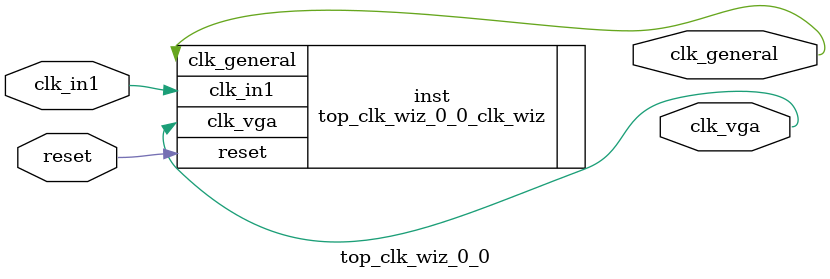
<source format=v>


`timescale 1ps/1ps

(* CORE_GENERATION_INFO = "top_clk_wiz_0_0,clk_wiz_v6_0_2_0_0,{component_name=top_clk_wiz_0_0,use_phase_alignment=true,use_min_o_jitter=false,use_max_i_jitter=false,use_dyn_phase_shift=false,use_inclk_switchover=false,use_dyn_reconfig=false,enable_axi=0,feedback_source=FDBK_AUTO,PRIMITIVE=MMCM,num_out_clk=2,clkin1_period=8.000,clkin2_period=10.000,use_power_down=false,use_reset=true,use_locked=false,use_inclk_stopped=false,feedback_type=SINGLE,CLOCK_MGR_TYPE=NA,manual_override=false}" *)

module top_clk_wiz_0_0 
 (
  // Clock out ports
  output        clk_vga,
  output        clk_general,
  // Status and control signals
  input         reset,
 // Clock in ports
  input         clk_in1
 );

  top_clk_wiz_0_0_clk_wiz inst
  (
  // Clock out ports  
  .clk_vga(clk_vga),
  .clk_general(clk_general),
  // Status and control signals               
  .reset(reset), 
 // Clock in ports
  .clk_in1(clk_in1)
  );

endmodule

</source>
